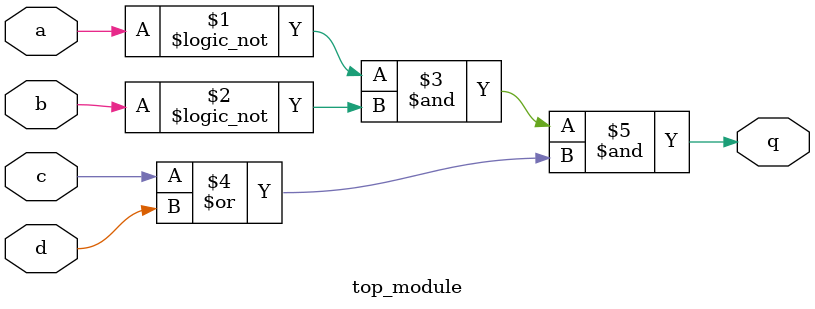
<source format=sv>
module top_module (
	input a, 
	input b, 
	input c, 
	input d,
	output q
);

	// Implementing the circuit
	assign q = !a & !b & (c | d);

endmodule

</source>
